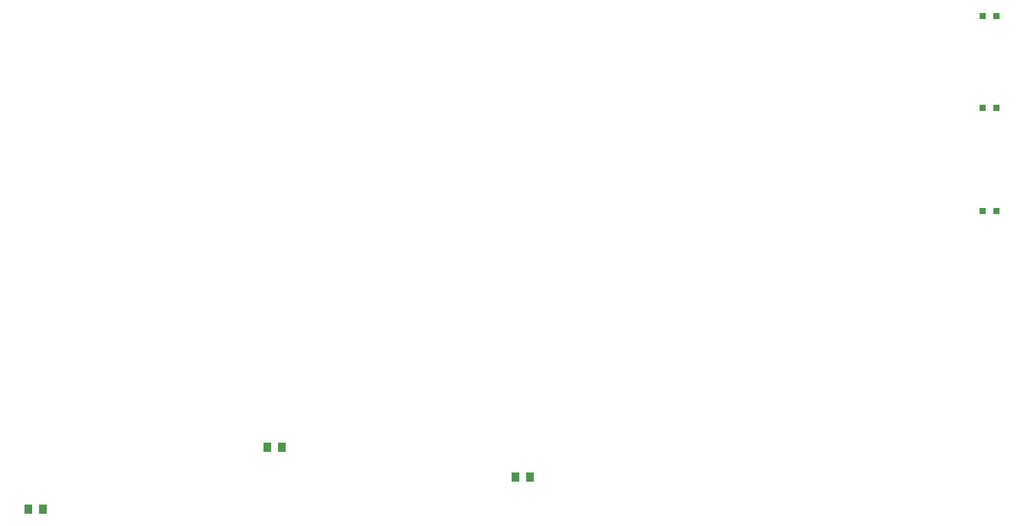
<source format=gbr>
G04 EAGLE Gerber RS-274X export*
G75*
%MOMM*%
%FSLAX34Y34*%
%LPD*%
%INSolderpaste Top*%
%IPPOS*%
%AMOC8*
5,1,8,0,0,1.08239X$1,22.5*%
G01*
%ADD10R,0.800000X0.800000*%
%ADD11R,0.949959X1.031241*%


D10*
X1072000Y558800D03*
X1087000Y558800D03*
X1072000Y774700D03*
X1087000Y774700D03*
X1072000Y673100D03*
X1087000Y673100D03*
D11*
X555879Y264160D03*
X571881Y264160D03*
X297561Y297180D03*
X281559Y297180D03*
X33401Y228600D03*
X17399Y228600D03*
M02*

</source>
